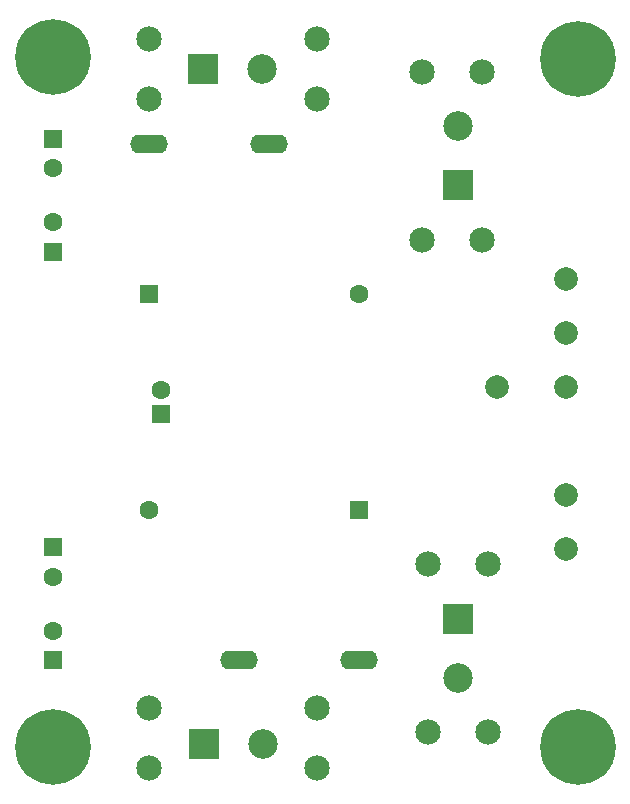
<source format=gbr>
G04 #@! TF.GenerationSoftware,KiCad,Pcbnew,(6.0.1-0)*
G04 #@! TF.CreationDate,2022-02-15T19:28:00+01:00*
G04 #@! TF.ProjectId,protection-relais,70726f74-6563-4746-996f-6e2d72656c61,rev?*
G04 #@! TF.SameCoordinates,Original*
G04 #@! TF.FileFunction,Soldermask,Bot*
G04 #@! TF.FilePolarity,Negative*
%FSLAX46Y46*%
G04 Gerber Fmt 4.6, Leading zero omitted, Abs format (unit mm)*
G04 Created by KiCad (PCBNEW (6.0.1-0)) date 2022-02-15 19:28:00*
%MOMM*%
%LPD*%
G01*
G04 APERTURE LIST*
%ADD10R,2.500000X2.500000*%
%ADD11C,2.500000*%
%ADD12C,2.145000*%
%ADD13R,1.600000X1.600000*%
%ADD14C,1.600000*%
%ADD15C,2.000000*%
%ADD16C,0.800000*%
%ADD17C,6.400000*%
%ADD18O,3.200000X1.600000*%
G04 APERTURE END LIST*
D10*
X121920000Y-71802000D03*
D11*
X121920000Y-66802000D03*
D12*
X118872000Y-76454000D03*
X123952000Y-76454000D03*
D13*
X87630000Y-67858000D03*
D14*
X87630000Y-70358000D03*
D15*
X131064000Y-88900000D03*
D12*
X119380000Y-118110000D03*
X124460000Y-118110000D03*
D15*
X131064000Y-84328000D03*
X125222000Y-88900000D03*
D10*
X100330000Y-61976000D03*
D11*
X105330000Y-61976000D03*
D15*
X131064000Y-79756000D03*
X131064000Y-102616000D03*
D10*
X121920000Y-108538000D03*
D11*
X121920000Y-113538000D03*
D12*
X109982000Y-121158000D03*
X109982000Y-116078000D03*
D16*
X87630000Y-63360000D03*
X85230000Y-60960000D03*
D17*
X87630000Y-60960000D03*
D16*
X85932944Y-62657056D03*
X87630000Y-58560000D03*
X89327056Y-62657056D03*
X89327056Y-59262944D03*
X85932944Y-59262944D03*
X90030000Y-60960000D03*
D12*
X118872000Y-62230000D03*
X123952000Y-62230000D03*
D10*
X100410000Y-119126000D03*
D11*
X105410000Y-119126000D03*
D12*
X119380000Y-103886000D03*
X124460000Y-103886000D03*
D16*
X130382944Y-59402944D03*
X132080000Y-63500000D03*
X134480000Y-61100000D03*
X129680000Y-61100000D03*
X130382944Y-62797056D03*
X133777056Y-62797056D03*
X132080000Y-58700000D03*
D17*
X132080000Y-61100000D03*
D16*
X133777056Y-59402944D03*
D13*
X87630000Y-77430000D03*
D14*
X87630000Y-74930000D03*
D13*
X96774000Y-91186000D03*
D14*
X96774000Y-89186000D03*
D12*
X95758000Y-64516000D03*
X95758000Y-59436000D03*
D15*
X131064000Y-98044000D03*
D12*
X109982000Y-64516000D03*
X109982000Y-59436000D03*
X95758000Y-121158000D03*
X95758000Y-116078000D03*
D13*
X87630000Y-102449621D03*
D14*
X87630000Y-104949621D03*
D13*
X95758000Y-81026000D03*
D14*
X113538000Y-81026000D03*
D18*
X105918000Y-68326000D03*
X95758000Y-68326000D03*
D13*
X87630000Y-112014001D03*
D14*
X87630000Y-109514001D03*
D13*
X113538000Y-99314000D03*
D14*
X95758000Y-99314000D03*
D18*
X103378000Y-112014000D03*
X113538000Y-112014000D03*
D16*
X134480000Y-119380000D03*
X129680000Y-119380000D03*
X130382944Y-117682944D03*
X130382944Y-121077056D03*
X133777056Y-117682944D03*
D17*
X132080000Y-119380000D03*
D16*
X133777056Y-121077056D03*
X132080000Y-116980000D03*
X132080000Y-121780000D03*
X85932944Y-121077056D03*
X89327056Y-121077056D03*
X89327056Y-117682944D03*
X87630000Y-116980000D03*
D17*
X87630000Y-119380000D03*
D16*
X87630000Y-121780000D03*
X90030000Y-119380000D03*
X85230000Y-119380000D03*
X85932944Y-117682944D03*
M02*

</source>
